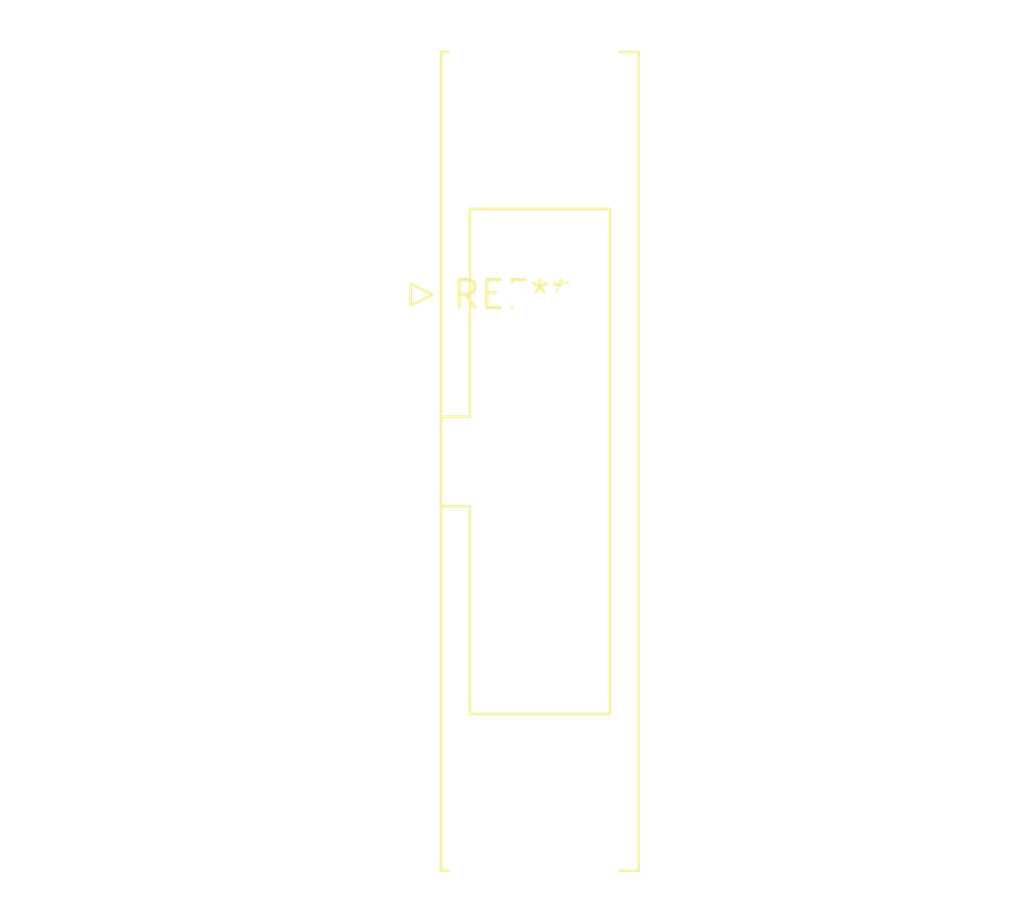
<source format=kicad_pcb>
(kicad_pcb (version 20240108) (generator pcbnew)
  (layers (0 "F.Cu" signal) (31 "B.Cu" signal) (34 "B.Paste" user) (35 "F.Paste" user) (36 "B.SilkS" user "B.Silkscreen") (37 "F.SilkS" user "F.Silkscreen") (38 "B.Mask" user) (39 "F.Mask" user) (44 "Edge.Cuts" user))
  (net 0 "")
  (footprint "IDC-Header_2x07-1MP_P2.54mm_Latch_Vertical" (layer "F.Cu") (at 0 0)
    (property "Reference" "REF**")
    (property "Value" "IDC-Header_2x07-1MP_P2.54mm_Latch_Vertical")
    (fp_line (start -4.63 -0.5) (end -4.63 0.5) (layer "F.SilkS") (stroke (width 0.12)))
    (fp_line (start -4.63 0.5) (end -3.63 0) (layer "F.SilkS") (stroke (width 0.12)))
    (fp_line (start -3.63 0) (end -4.63 -0.5) (layer "F.SilkS") (stroke (width 0.12)))
    (fp_line (start -3.24 -11.08) (end -3.24 26.32) (layer "F.SilkS") (stroke (width 0.12)))
    (fp_line (start -3.24 5.57) (end -1.93 5.57) (layer "F.SilkS") (stroke (width 0.12)))
    (fp_line (start -3.24 26.32) (end -2.87 26.32) (layer "F.SilkS") (stroke (width 0.12)))
    (fp_line (start -2.87 -11.08) (end -3.24 -11.08) (layer "F.SilkS") (stroke (width 0.12)))
    (fp_line (start -1.93 -3.92) (end 4.47 -3.92) (layer "F.SilkS") (stroke (width 0.12)))
    (fp_line (start -1.93 5.57) (end -1.93 -3.92) (layer "F.SilkS") (stroke (width 0.12)))
    (fp_line (start -1.93 9.67) (end -3.24 9.67) (layer "F.SilkS") (stroke (width 0.12)))
    (fp_line (start -1.93 9.67) (end -1.93 9.67) (layer "F.SilkS") (stroke (width 0.12)))
    (fp_line (start -1.93 19.16) (end -1.93 9.67) (layer "F.SilkS") (stroke (width 0.12)))
    (fp_line (start 4.47 -3.92) (end 4.47 19.16) (layer "F.SilkS") (stroke (width 0.12)))
    (fp_line (start 4.47 19.16) (end -1.93 19.16) (layer "F.SilkS") (stroke (width 0.12)))
    (fp_line (start 4.91 -11.08) (end 5.78 -11.08) (layer "F.SilkS") (stroke (width 0.12)))
    (fp_line (start 5.78 -11.08) (end 5.78 26.32) (layer "F.SilkS") (stroke (width 0.12)))
    (fp_line (start 5.78 26.32) (end 4.91 26.32) (layer "F.SilkS") (stroke (width 0.12)))
    (pad "1" thru_hole roundrect (at 0 0) (size 1.7 1.7) (drill 1) (layers *.Cu *.Mask) (remove_unused_layers) (roundrect_rratio 0.147059))
    (pad "2" thru_hole circle (at 2.54 0) (size 1.7 1.7) (drill 1) (layers *.Cu *.Mask) (remove_unused_layers))
    (pad "3" thru_hole circle (at 0 2.54) (size 1.7 1.7) (drill 1) (layers *.Cu *.Mask) (remove_unused_layers))
    (pad "4" thru_hole circle (at 2.54 2.54) (size 1.7 1.7) (drill 1) (layers *.Cu *.Mask) (remove_unused_layers))
    (pad "5" thru_hole circle (at 0 5.08) (size 1.7 1.7) (drill 1) (layers *.Cu *.Mask) (remove_unused_layers))
    (pad "6" thru_hole circle (at 2.54 5.08) (size 1.7 1.7) (drill 1) (layers *.Cu *.Mask) (remove_unused_layers))
    (pad "7" thru_hole circle (at 0 7.62) (size 1.7 1.7) (drill 1) (layers *.Cu *.Mask) (remove_unused_layers))
    (pad "8" thru_hole circle (at 2.54 7.62) (size 1.7 1.7) (drill 1) (layers *.Cu *.Mask) (remove_unused_layers))
    (pad "9" thru_hole circle (at 0 10.16) (size 1.7 1.7) (drill 1) (layers *.Cu *.Mask) (remove_unused_layers))
    (pad "10" thru_hole circle (at 2.54 10.16) (size 1.7 1.7) (drill 1) (layers *.Cu *.Mask) (remove_unused_layers))
    (pad "11" thru_hole circle (at 0 12.7) (size 1.7 1.7) (drill 1) (layers *.Cu *.Mask) (remove_unused_layers))
    (pad "12" thru_hole circle (at 2.54 12.7) (size 1.7 1.7) (drill 1) (layers *.Cu *.Mask) (remove_unused_layers))
    (pad "13" thru_hole circle (at 0 15.24) (size 1.7 1.7) (drill 1) (layers *.Cu *.Mask) (remove_unused_layers))
    (pad "14" thru_hole circle (at 2.54 15.24) (size 1.7 1.7) (drill 1) (layers *.Cu *.Mask) (remove_unused_layers))
    (pad "MP" thru_hole circle (at 1.02 -8.94) (size 8 8) (drill 2.69) (layers *.Cu *.Mask) (remove_unused_layers))
    (pad "MP" thru_hole circle (at 1.02 24.18) (size 8 8) (drill 2.69) (layers *.Cu *.Mask) (remove_unused_layers))
  )
)
</source>
